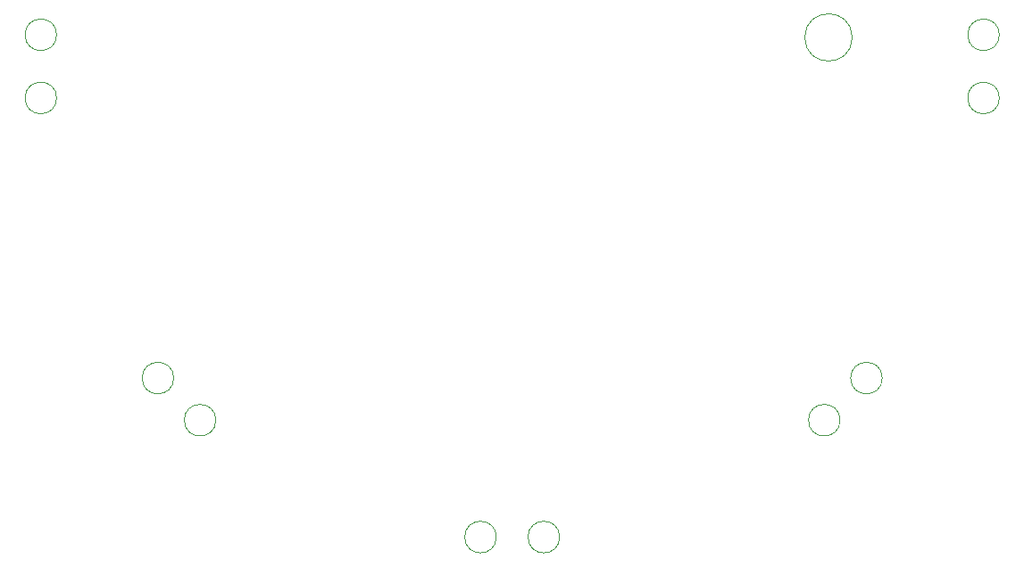
<source format=gbr>
%TF.GenerationSoftware,KiCad,Pcbnew,(6.0.1-0)*%
%TF.CreationDate,2022-09-11T15:05:22-04:00*%
%TF.ProjectId,record,7265636f-7264-42e6-9b69-6361645f7063,rev?*%
%TF.SameCoordinates,Original*%
%TF.FileFunction,Legend,Top*%
%TF.FilePolarity,Positive*%
%FSLAX46Y46*%
G04 Gerber Fmt 4.6, Leading zero omitted, Abs format (unit mm)*
G04 Created by KiCad (PCBNEW (6.0.1-0)) date 2022-09-11 15:05:22*
%MOMM*%
%LPD*%
G01*
G04 APERTURE LIST*
%ADD10C,0.120000*%
G04 APERTURE END LIST*
D10*
%TO.C,J1*%
X77250000Y-42250000D02*
G75*
G03*
X77250000Y-42250000I-2250000J0D01*
G01*
%TO.C,J3*%
X1800000Y-48000000D02*
G75*
G03*
X1800000Y-48000000I-1500000J0D01*
G01*
%TO.C,J6*%
X43500000Y-89700000D02*
G75*
G03*
X43500000Y-89700000I-1500000J0D01*
G01*
%TO.C,J10*%
X91200000Y-48000000D02*
G75*
G03*
X91200000Y-48000000I-1500000J0D01*
G01*
%TO.C,J2*%
X1800000Y-42000000D02*
G75*
G03*
X1800000Y-42000000I-1500000J0D01*
G01*
%TO.C,J4*%
X12900000Y-74600000D02*
G75*
G03*
X12900000Y-74600000I-1500000J0D01*
G01*
%TO.C,J11*%
X91200000Y-42000000D02*
G75*
G03*
X91200000Y-42000000I-1500000J0D01*
G01*
%TO.C,J7*%
X49500000Y-89700000D02*
G75*
G03*
X49500000Y-89700000I-1500000J0D01*
G01*
%TO.C,J8*%
X76100000Y-78600000D02*
G75*
G03*
X76100000Y-78600000I-1500000J0D01*
G01*
%TO.C,J5*%
X16900000Y-78600000D02*
G75*
G03*
X16900000Y-78600000I-1500000J0D01*
G01*
%TO.C,J9*%
X80100000Y-74600000D02*
G75*
G03*
X80100000Y-74600000I-1500000J0D01*
G01*
%TD*%
M02*

</source>
